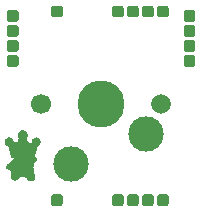
<source format=gts>
G04 #@! TF.GenerationSoftware,KiCad,Pcbnew,5.1.5*
G04 #@! TF.CreationDate,2020-05-28T17:34:41+02:00*
G04 #@! TF.ProjectId,amoeba-king,616d6f65-6261-42d6-9b69-6e672e6b6963,rev?*
G04 #@! TF.SameCoordinates,Original*
G04 #@! TF.FileFunction,Soldermask,Top*
G04 #@! TF.FilePolarity,Negative*
%FSLAX46Y46*%
G04 Gerber Fmt 4.6, Leading zero omitted, Abs format (unit mm)*
G04 Created by KiCad (PCBNEW 5.1.5) date 2020-05-28 17:34:41*
%MOMM*%
%LPD*%
G04 APERTURE LIST*
%ADD10C,0.150000*%
%ADD11C,0.131817*%
%ADD12C,3.980180*%
%ADD13C,3.000000*%
%ADD14C,1.700000*%
%ADD15C,1.660000*%
G04 APERTURE END LIST*
D10*
G36*
X68679251Y-172617066D02*
G01*
X68657427Y-172617598D01*
X68635651Y-172619195D01*
X68613922Y-172621855D01*
X68592240Y-172625579D01*
X68570605Y-172630367D01*
X68549018Y-172636219D01*
X68527478Y-172643135D01*
X68505985Y-172651115D01*
X68484540Y-172660159D01*
X68463142Y-172670267D01*
X68441791Y-172681439D01*
X68420488Y-172693674D01*
X68399232Y-172706974D01*
X68378023Y-172721338D01*
X68359718Y-172735346D01*
X68341909Y-172751116D01*
X68324639Y-172768372D01*
X68307953Y-172786837D01*
X68291896Y-172806232D01*
X68276512Y-172826281D01*
X68261845Y-172846706D01*
X68247941Y-172867230D01*
X68234843Y-172887575D01*
X68222596Y-172907465D01*
X68211245Y-172926622D01*
X68200835Y-172944768D01*
X68191409Y-172961627D01*
X68183012Y-172976921D01*
X68175690Y-172990372D01*
X68169486Y-173001704D01*
X68151997Y-173032951D01*
X68134694Y-173063137D01*
X68117576Y-173092283D01*
X68100644Y-173120411D01*
X68083899Y-173147543D01*
X68067341Y-173173702D01*
X68050971Y-173198908D01*
X68034789Y-173223186D01*
X68018797Y-173246556D01*
X68002994Y-173269040D01*
X67987382Y-173290661D01*
X67971961Y-173311440D01*
X67956731Y-173331400D01*
X67941693Y-173350563D01*
X67926848Y-173368950D01*
X67912197Y-173386584D01*
X67897740Y-173403487D01*
X67883477Y-173419681D01*
X67869410Y-173435188D01*
X67855538Y-173450030D01*
X67841863Y-173464229D01*
X67828385Y-173477807D01*
X67815105Y-173490786D01*
X67802023Y-173503188D01*
X67789141Y-173515036D01*
X67776457Y-173526351D01*
X67763974Y-173537155D01*
X67751692Y-173547470D01*
X67739611Y-173557319D01*
X67727732Y-173566724D01*
X67716055Y-173575706D01*
X67704582Y-173584287D01*
X67693313Y-173592490D01*
X67682248Y-173600337D01*
X67671388Y-173607849D01*
X67660734Y-173615050D01*
X67650286Y-173621960D01*
X67640045Y-173628602D01*
X67630012Y-173634998D01*
X67620187Y-173641169D01*
X67610571Y-173647139D01*
X67601163Y-173652929D01*
X67591966Y-173658561D01*
X67582980Y-173664057D01*
X67574205Y-173669440D01*
X67565641Y-173674730D01*
X67557290Y-173679951D01*
X67549152Y-173685124D01*
X67541228Y-173690272D01*
X67533518Y-173695416D01*
X67526023Y-173700579D01*
X67518743Y-173705782D01*
X67511680Y-173711048D01*
X67504833Y-173716398D01*
X67498204Y-173721855D01*
X67491792Y-173727441D01*
X67485599Y-173733178D01*
X67479625Y-173739087D01*
X67473872Y-173745192D01*
X67468338Y-173751513D01*
X67463026Y-173758073D01*
X67457935Y-173764895D01*
X67453066Y-173771999D01*
X67448420Y-173779409D01*
X67443998Y-173787146D01*
X67439800Y-173795231D01*
X67435826Y-173803689D01*
X67432078Y-173812539D01*
X67428556Y-173821805D01*
X67425260Y-173831509D01*
X67422192Y-173841672D01*
X67419351Y-173852316D01*
X67416739Y-173863464D01*
X67414355Y-173875138D01*
X67412202Y-173887359D01*
X67410278Y-173900150D01*
X67408585Y-173913533D01*
X67407124Y-173927529D01*
X67405895Y-173942162D01*
X67404898Y-173957452D01*
X67404135Y-173973423D01*
X67403606Y-173990095D01*
X67403311Y-174007491D01*
X67403605Y-174020964D01*
X67404442Y-174033587D01*
X67405805Y-174045394D01*
X67407676Y-174056416D01*
X67410039Y-174066683D01*
X67412876Y-174076227D01*
X67416170Y-174085079D01*
X67419904Y-174093271D01*
X67424059Y-174100833D01*
X67428620Y-174107797D01*
X67433568Y-174114195D01*
X67438886Y-174120057D01*
X67444557Y-174125416D01*
X67450564Y-174130301D01*
X67456889Y-174134744D01*
X67463515Y-174138778D01*
X67470425Y-174142432D01*
X67477602Y-174145738D01*
X67485027Y-174148728D01*
X67492684Y-174151433D01*
X67500556Y-174153884D01*
X67508624Y-174156111D01*
X67516873Y-174158148D01*
X67525284Y-174160024D01*
X67533841Y-174161772D01*
X67542525Y-174163422D01*
X67551320Y-174165005D01*
X67560208Y-174166553D01*
X67569172Y-174168098D01*
X67578195Y-174169670D01*
X67587259Y-174171301D01*
X67596348Y-174173022D01*
X67605443Y-174174864D01*
X67614527Y-174176858D01*
X67623584Y-174179037D01*
X67632596Y-174181430D01*
X67641545Y-174184070D01*
X67650414Y-174186988D01*
X67659186Y-174190214D01*
X67667844Y-174193781D01*
X67676370Y-174197719D01*
X67684747Y-174202060D01*
X67692958Y-174206835D01*
X67700985Y-174212075D01*
X67708811Y-174217812D01*
X67716419Y-174224077D01*
X67723791Y-174230900D01*
X67730911Y-174238314D01*
X67737760Y-174246350D01*
X67744322Y-174255038D01*
X67750579Y-174264411D01*
X67756514Y-174274499D01*
X67762109Y-174285334D01*
X67767348Y-174296947D01*
X67772213Y-174309369D01*
X67776686Y-174322632D01*
X67780751Y-174336767D01*
X67784389Y-174351804D01*
X67787585Y-174367776D01*
X67790320Y-174384714D01*
X67792577Y-174402648D01*
X67794338Y-174421611D01*
X67795588Y-174441633D01*
X67796307Y-174462746D01*
X67796479Y-174484981D01*
X67796087Y-174508369D01*
X67795113Y-174532942D01*
X67793541Y-174558730D01*
X67791351Y-174585766D01*
X67788528Y-174614080D01*
X67785054Y-174643703D01*
X67781564Y-174672072D01*
X67778548Y-174698543D01*
X67776114Y-174723305D01*
X67774368Y-174746550D01*
X67773419Y-174768468D01*
X67773373Y-174789248D01*
X67774340Y-174809082D01*
X67776425Y-174828160D01*
X67779738Y-174846671D01*
X67784384Y-174864807D01*
X67790472Y-174882757D01*
X67798110Y-174900713D01*
X67807404Y-174918864D01*
X67818463Y-174937400D01*
X67831394Y-174956512D01*
X67845307Y-174975029D01*
X67859859Y-174992268D01*
X67875049Y-175008231D01*
X67890878Y-175022916D01*
X67907345Y-175036324D01*
X67924450Y-175048456D01*
X67942195Y-175059311D01*
X67960577Y-175068888D01*
X67979598Y-175077189D01*
X67999258Y-175084212D01*
X68019556Y-175089959D01*
X68040493Y-175094428D01*
X68062068Y-175097621D01*
X68084281Y-175099537D01*
X68107133Y-175100175D01*
X68158111Y-175100175D01*
X68181857Y-175099601D01*
X68205066Y-175097877D01*
X68227739Y-175095005D01*
X68249876Y-175090984D01*
X68271477Y-175085813D01*
X68292541Y-175079494D01*
X68313069Y-175072026D01*
X68333062Y-175063409D01*
X68352518Y-175053643D01*
X68371437Y-175042727D01*
X68389821Y-175030663D01*
X68408520Y-175017224D01*
X68425690Y-175002857D01*
X68441331Y-174987564D01*
X68455442Y-174971343D01*
X68468024Y-174954196D01*
X68479077Y-174936121D01*
X68488601Y-174917120D01*
X68496595Y-174897192D01*
X68503060Y-174876338D01*
X68507995Y-174854557D01*
X68526484Y-174842914D01*
X68545175Y-174832135D01*
X68564057Y-174822224D01*
X68583118Y-174813182D01*
X68602346Y-174805011D01*
X68621729Y-174797713D01*
X68641255Y-174791291D01*
X68660913Y-174785745D01*
X68680691Y-174781079D01*
X68700576Y-174777294D01*
X68720558Y-174774393D01*
X68740623Y-174772376D01*
X68760762Y-174771247D01*
X68780960Y-174771008D01*
X68801208Y-174771659D01*
X68821492Y-174773204D01*
X68841802Y-174775645D01*
X68862124Y-174778983D01*
X68882448Y-174783220D01*
X68902762Y-174788359D01*
X68923053Y-174794401D01*
X68943311Y-174801348D01*
X68963522Y-174809204D01*
X68983676Y-174817968D01*
X69003760Y-174827644D01*
X69023763Y-174838234D01*
X69043672Y-174849739D01*
X69063476Y-174862162D01*
X69083164Y-174875505D01*
X69102723Y-174889769D01*
X69122141Y-174904957D01*
X69141407Y-174921070D01*
X69145926Y-174941113D01*
X69152067Y-174960461D01*
X69159829Y-174979114D01*
X69169214Y-174997072D01*
X69180220Y-175014335D01*
X69192848Y-175030903D01*
X69207098Y-175046776D01*
X69222971Y-175061953D01*
X69240465Y-175076435D01*
X69259581Y-175090222D01*
X69278280Y-175103429D01*
X69297304Y-175115247D01*
X69316652Y-175125673D01*
X69336324Y-175134710D01*
X69356321Y-175142356D01*
X69376642Y-175148612D01*
X69397287Y-175153478D01*
X69418257Y-175156954D01*
X69439551Y-175159039D01*
X69461170Y-175159734D01*
X69512148Y-175159734D01*
X69534732Y-175159075D01*
X69556760Y-175157098D01*
X69578232Y-175153802D01*
X69599148Y-175149189D01*
X69619508Y-175143257D01*
X69639311Y-175136007D01*
X69658559Y-175127439D01*
X69677250Y-175117553D01*
X69695386Y-175106348D01*
X69712965Y-175093825D01*
X69729988Y-175079985D01*
X69746455Y-175064825D01*
X69762366Y-175048348D01*
X69777721Y-175030553D01*
X69792520Y-175011439D01*
X69805571Y-174993007D01*
X69817488Y-174975788D01*
X69828194Y-174959432D01*
X69837610Y-174943589D01*
X69845662Y-174927911D01*
X69852272Y-174912048D01*
X69857364Y-174895649D01*
X69860860Y-174878366D01*
X69862685Y-174859850D01*
X69862761Y-174839749D01*
X69861011Y-174817716D01*
X69857360Y-174793400D01*
X69851730Y-174766453D01*
X69844044Y-174736523D01*
X69834227Y-174703263D01*
X69822696Y-174665680D01*
X69811758Y-174628925D01*
X69801401Y-174592986D01*
X69791617Y-174557853D01*
X69782395Y-174523514D01*
X69773725Y-174489959D01*
X69765597Y-174457178D01*
X69758001Y-174425159D01*
X69750928Y-174393891D01*
X69744367Y-174363363D01*
X69738309Y-174333566D01*
X69732743Y-174304487D01*
X69727660Y-174276116D01*
X69723049Y-174248443D01*
X69718900Y-174221455D01*
X69715204Y-174195144D01*
X69711951Y-174169497D01*
X69709131Y-174144503D01*
X69706733Y-174120153D01*
X69704748Y-174096435D01*
X69703166Y-174073338D01*
X69701977Y-174050852D01*
X69701170Y-174028965D01*
X69700737Y-174007667D01*
X69700666Y-173986947D01*
X69700949Y-173966794D01*
X69701574Y-173947198D01*
X69702533Y-173928147D01*
X69703815Y-173909630D01*
X69705410Y-173891637D01*
X69707308Y-173874157D01*
X69709499Y-173857180D01*
X69711974Y-173840693D01*
X69714722Y-173824687D01*
X69717734Y-173809150D01*
X69720999Y-173794072D01*
X69724507Y-173779442D01*
X69728249Y-173765249D01*
X69732214Y-173751482D01*
X69736393Y-173738131D01*
X69740776Y-173725184D01*
X69745352Y-173712630D01*
X69750112Y-173700460D01*
X69755046Y-173688661D01*
X69760144Y-173677224D01*
X69765395Y-173666137D01*
X69770790Y-173655389D01*
X69776320Y-173644970D01*
X69781973Y-173634869D01*
X69787740Y-173625075D01*
X69793611Y-173615576D01*
X69799576Y-173606364D01*
X69805626Y-173597425D01*
X69811749Y-173588750D01*
X69817937Y-173580328D01*
X69824179Y-173572148D01*
X69830466Y-173564199D01*
X69836786Y-173556470D01*
X69843131Y-173548950D01*
X69849491Y-173541629D01*
X69855855Y-173534496D01*
X69862213Y-173527540D01*
X69868556Y-173520749D01*
X69874873Y-173514114D01*
X69881155Y-173507623D01*
X69887392Y-173501266D01*
X69893574Y-173495031D01*
X69899690Y-173488908D01*
X69905731Y-173482887D01*
X69911687Y-173476955D01*
X69917547Y-173471103D01*
X69923303Y-173465319D01*
X69928943Y-173459592D01*
X69934459Y-173453913D01*
X69939839Y-173448269D01*
X69945075Y-173442651D01*
X69950155Y-173437047D01*
X69955071Y-173431446D01*
X69959812Y-173425838D01*
X69964369Y-173420211D01*
X69968730Y-173414556D01*
X69972887Y-173408860D01*
X69976829Y-173403114D01*
X69980547Y-173397306D01*
X69984030Y-173391426D01*
X69987268Y-173385462D01*
X69990252Y-173379405D01*
X69992972Y-173373242D01*
X69995417Y-173366963D01*
X69997578Y-173360558D01*
X69999444Y-173354016D01*
X70001007Y-173347325D01*
X70002255Y-173340475D01*
X70003178Y-173333454D01*
X70003768Y-173326253D01*
X70004014Y-173318861D01*
X70003905Y-173311265D01*
X70003432Y-173303457D01*
X70002586Y-173295424D01*
X70001355Y-173287156D01*
X69999731Y-173278642D01*
X69997703Y-173269872D01*
X69995261Y-173260834D01*
X69992395Y-173251517D01*
X69989095Y-173241912D01*
X69981391Y-173222207D01*
X69973074Y-173204021D01*
X69964166Y-173187297D01*
X69954686Y-173171976D01*
X69944656Y-173158003D01*
X69934094Y-173145319D01*
X69923023Y-173133866D01*
X69911462Y-173123589D01*
X69899432Y-173114428D01*
X69886953Y-173106327D01*
X69874045Y-173099229D01*
X69860730Y-173093075D01*
X69847026Y-173087810D01*
X69832955Y-173083374D01*
X69818538Y-173079711D01*
X69803794Y-173076764D01*
X69788743Y-173074474D01*
X69773408Y-173072785D01*
X69757806Y-173071640D01*
X69741960Y-173070980D01*
X69725890Y-173070749D01*
X69709615Y-173070889D01*
X69693157Y-173071342D01*
X69676535Y-173072052D01*
X69659770Y-173072960D01*
X69642883Y-173074010D01*
X69625894Y-173075145D01*
X69608824Y-173076305D01*
X69591692Y-173077436D01*
X69574519Y-173078478D01*
X69557325Y-173079374D01*
X69540132Y-173080068D01*
X69522959Y-173080502D01*
X69505826Y-173080618D01*
X69488755Y-173080358D01*
X69471765Y-173079667D01*
X69454878Y-173078485D01*
X69438112Y-173076757D01*
X69421490Y-173074423D01*
X69405030Y-173071428D01*
X69388754Y-173067713D01*
X69372682Y-173063222D01*
X69356834Y-173057896D01*
X69341232Y-173051679D01*
X69325894Y-173044513D01*
X69310842Y-173036340D01*
X69296095Y-173027104D01*
X69281676Y-173016746D01*
X69267602Y-173005210D01*
X69253897Y-172992439D01*
X69245157Y-172982595D01*
X69235722Y-172969967D01*
X69225581Y-172954927D01*
X69214725Y-172937845D01*
X69203145Y-172919093D01*
X69190830Y-172899041D01*
X69177771Y-172878061D01*
X69163958Y-172856525D01*
X69149382Y-172834802D01*
X69134032Y-172813264D01*
X69117901Y-172792282D01*
X69100976Y-172772227D01*
X69083250Y-172753471D01*
X69064713Y-172736384D01*
X69045354Y-172721337D01*
X69023837Y-172706974D01*
X69002321Y-172693674D01*
X68980806Y-172681438D01*
X68959290Y-172670266D01*
X68937774Y-172660158D01*
X68916258Y-172651114D01*
X68894742Y-172643134D01*
X68873227Y-172636218D01*
X68851711Y-172630366D01*
X68830195Y-172625578D01*
X68808679Y-172621854D01*
X68787163Y-172619194D01*
X68765647Y-172617598D01*
X68744131Y-172617066D01*
X68679251Y-172617066D01*
G37*
D11*
G36*
X68789401Y-170918686D02*
G01*
X68765027Y-170919581D01*
X68741140Y-170922227D01*
X68717802Y-170926558D01*
X68695076Y-170932513D01*
X68673027Y-170940028D01*
X68651717Y-170949040D01*
X68631209Y-170959486D01*
X68611567Y-170971302D01*
X68592853Y-170984426D01*
X68575131Y-170998794D01*
X68558464Y-171014343D01*
X68542915Y-171031010D01*
X68528547Y-171048732D01*
X68515423Y-171067446D01*
X68503606Y-171087089D01*
X68493161Y-171107596D01*
X68484149Y-171128907D01*
X68476634Y-171150956D01*
X68470679Y-171173681D01*
X68466347Y-171197019D01*
X68463702Y-171220907D01*
X68462806Y-171245281D01*
X68463862Y-171271293D01*
X68466963Y-171296996D01*
X68472068Y-171322276D01*
X68479133Y-171347020D01*
X68488117Y-171371113D01*
X68498977Y-171394442D01*
X68511670Y-171416893D01*
X68526155Y-171438352D01*
X68542388Y-171458704D01*
X68536654Y-171485538D01*
X68530866Y-171512441D01*
X68524965Y-171539326D01*
X68518891Y-171566110D01*
X68512584Y-171592706D01*
X68505984Y-171619028D01*
X68499032Y-171644991D01*
X68491669Y-171670509D01*
X68483834Y-171695496D01*
X68475467Y-171719868D01*
X68466510Y-171743537D01*
X68456903Y-171766420D01*
X68446585Y-171788429D01*
X68435496Y-171809479D01*
X68423579Y-171829485D01*
X68410772Y-171848362D01*
X68397016Y-171866022D01*
X68382251Y-171882382D01*
X68366418Y-171897354D01*
X68349457Y-171910854D01*
X68331308Y-171922796D01*
X68311911Y-171933094D01*
X68277567Y-171944426D01*
X68245651Y-171952450D01*
X68216027Y-171957424D01*
X68188557Y-171959606D01*
X68163105Y-171959253D01*
X68139533Y-171956622D01*
X68117705Y-171951972D01*
X68097484Y-171945559D01*
X68078732Y-171937640D01*
X68061313Y-171928475D01*
X68045089Y-171918319D01*
X68029925Y-171907430D01*
X68015682Y-171896066D01*
X68002223Y-171884485D01*
X67989413Y-171872944D01*
X67977113Y-171861699D01*
X67965186Y-171851010D01*
X67953497Y-171841132D01*
X67941907Y-171832325D01*
X67940907Y-171807573D01*
X67937957Y-171783373D01*
X67933136Y-171759801D01*
X67926522Y-171736936D01*
X67918191Y-171714855D01*
X67908222Y-171693635D01*
X67896692Y-171673355D01*
X67883679Y-171654092D01*
X67869261Y-171635923D01*
X67853515Y-171618927D01*
X67836519Y-171603181D01*
X67818350Y-171588763D01*
X67799087Y-171575750D01*
X67778807Y-171564220D01*
X67757587Y-171554251D01*
X67735506Y-171545920D01*
X67712641Y-171539305D01*
X67689069Y-171534485D01*
X67664868Y-171531535D01*
X67640117Y-171530535D01*
X67615365Y-171531535D01*
X67591165Y-171534485D01*
X67567593Y-171539305D01*
X67544728Y-171545920D01*
X67522646Y-171554251D01*
X67501427Y-171564220D01*
X67481147Y-171575750D01*
X67461883Y-171588763D01*
X67443715Y-171603181D01*
X67426719Y-171618927D01*
X67410973Y-171635923D01*
X67396555Y-171654092D01*
X67383542Y-171673355D01*
X67372012Y-171693635D01*
X67362043Y-171714855D01*
X67353712Y-171736936D01*
X67347097Y-171759801D01*
X67342276Y-171783373D01*
X67339327Y-171807573D01*
X67338327Y-171832325D01*
X67339327Y-171857076D01*
X67342276Y-171881277D01*
X67347097Y-171904849D01*
X67353712Y-171927714D01*
X67362043Y-171949795D01*
X67372012Y-171971015D01*
X67383542Y-171991295D01*
X67396555Y-172010558D01*
X67410973Y-172028727D01*
X67426719Y-172045723D01*
X67443715Y-172061469D01*
X67461883Y-172075887D01*
X67481147Y-172088900D01*
X67501427Y-172100430D01*
X67522646Y-172110399D01*
X67544728Y-172118730D01*
X67567593Y-172125345D01*
X67591165Y-172130165D01*
X67615365Y-172133115D01*
X67640117Y-172134115D01*
X67655363Y-172166110D01*
X67667009Y-172192636D01*
X67675617Y-172214556D01*
X67681748Y-172232737D01*
X67685965Y-172248043D01*
X67688828Y-172261339D01*
X67690899Y-172273491D01*
X67692740Y-172285362D01*
X67694913Y-172297818D01*
X67697978Y-172311725D01*
X67702498Y-172327946D01*
X67709034Y-172347347D01*
X67718148Y-172370793D01*
X67722966Y-172396401D01*
X67728229Y-172422725D01*
X67733897Y-172449681D01*
X67739928Y-172477184D01*
X67746282Y-172505150D01*
X67752916Y-172533492D01*
X67759790Y-172562127D01*
X67766863Y-172590969D01*
X67774093Y-172619934D01*
X67781439Y-172648936D01*
X67788859Y-172677892D01*
X67796313Y-172706715D01*
X67803759Y-172735321D01*
X67811156Y-172763626D01*
X67818463Y-172791544D01*
X67825638Y-172818990D01*
X67832640Y-172845880D01*
X67839428Y-172872129D01*
X67845961Y-172897651D01*
X67852197Y-172922363D01*
X67858095Y-172946178D01*
X67863614Y-172969013D01*
X67868712Y-172990782D01*
X67873349Y-173011400D01*
X67877483Y-173030783D01*
X67881072Y-173048846D01*
X67884077Y-173065503D01*
X67886454Y-173080671D01*
X67888164Y-173094263D01*
X67912944Y-173086715D01*
X67937306Y-173079258D01*
X67961292Y-173071901D01*
X67984940Y-173064654D01*
X68008291Y-173057525D01*
X68031384Y-173050522D01*
X68054258Y-173043655D01*
X68076955Y-173036933D01*
X68099513Y-173030364D01*
X68121972Y-173023957D01*
X68144372Y-173017721D01*
X68166753Y-173011666D01*
X68189155Y-173005798D01*
X68211617Y-173000129D01*
X68234179Y-172994665D01*
X68256881Y-172989417D01*
X68279762Y-172984393D01*
X68302863Y-172979602D01*
X68326223Y-172975052D01*
X68349883Y-172970753D01*
X68373881Y-172966713D01*
X68398257Y-172962942D01*
X68423052Y-172959447D01*
X68448305Y-172956239D01*
X68474056Y-172953325D01*
X68500344Y-172950714D01*
X68527210Y-172948416D01*
X68554693Y-172946439D01*
X68582833Y-172944792D01*
X68611670Y-172943484D01*
X68641243Y-172942523D01*
X68671593Y-172941919D01*
X68702758Y-172941681D01*
X68734780Y-172941816D01*
X68767697Y-172942335D01*
X68799380Y-172942647D01*
X68830440Y-172943206D01*
X68860900Y-172944009D01*
X68890783Y-172945054D01*
X68920110Y-172946337D01*
X68948906Y-172947856D01*
X68977192Y-172949610D01*
X69004992Y-172951595D01*
X69032329Y-172953810D01*
X69059225Y-172956251D01*
X69085702Y-172958916D01*
X69111784Y-172961803D01*
X69137494Y-172964910D01*
X69162854Y-172968233D01*
X69187887Y-172971771D01*
X69212616Y-172975521D01*
X69237064Y-172979481D01*
X69261252Y-172983648D01*
X69285206Y-172988019D01*
X69308946Y-172992592D01*
X69332495Y-172997366D01*
X69355878Y-173002337D01*
X69379115Y-173007502D01*
X69402231Y-173012860D01*
X69425248Y-173018408D01*
X69448188Y-173024144D01*
X69471075Y-173030065D01*
X69493931Y-173036168D01*
X69516778Y-173042452D01*
X69539641Y-173048913D01*
X69562541Y-173055550D01*
X69585502Y-173062359D01*
X69608545Y-173069339D01*
X69631695Y-173076487D01*
X69654973Y-173083801D01*
X69678403Y-173091277D01*
X69702007Y-173098914D01*
X69704535Y-173084736D01*
X69707971Y-173069107D01*
X69712251Y-173052105D01*
X69717312Y-173033811D01*
X69723089Y-173014304D01*
X69729520Y-172993663D01*
X69736540Y-172971967D01*
X69744087Y-172949296D01*
X69752097Y-172925729D01*
X69760505Y-172901345D01*
X69769250Y-172876224D01*
X69778266Y-172850444D01*
X69787491Y-172824085D01*
X69796861Y-172797227D01*
X69806312Y-172769949D01*
X69815782Y-172742330D01*
X69825205Y-172714449D01*
X69834520Y-172686386D01*
X69843662Y-172658219D01*
X69852567Y-172630029D01*
X69861173Y-172601894D01*
X69869415Y-172573895D01*
X69877230Y-172546109D01*
X69884555Y-172518617D01*
X69891326Y-172491497D01*
X69897479Y-172464830D01*
X69902951Y-172438694D01*
X69907679Y-172413168D01*
X69914797Y-172380979D01*
X69921865Y-172351140D01*
X69928894Y-172323531D01*
X69935892Y-172298033D01*
X69942871Y-172274527D01*
X69949840Y-172252894D01*
X69956810Y-172233014D01*
X69963790Y-172214770D01*
X69970791Y-172198040D01*
X69977822Y-172182707D01*
X69984894Y-172168651D01*
X69992017Y-172155753D01*
X69999201Y-172143893D01*
X70006456Y-172132953D01*
X70013791Y-172122814D01*
X70021218Y-172113356D01*
X70028747Y-172104460D01*
X70036386Y-172096007D01*
X70044147Y-172087877D01*
X70052040Y-172079953D01*
X70060073Y-172072113D01*
X70068259Y-172064241D01*
X70076606Y-172056215D01*
X70085125Y-172047917D01*
X70093826Y-172039228D01*
X70102719Y-172030029D01*
X70111814Y-172020200D01*
X70121121Y-172009623D01*
X70130650Y-171998178D01*
X70140411Y-171985746D01*
X70150415Y-171972207D01*
X70160671Y-171957444D01*
X70171190Y-171941336D01*
X70181981Y-171923764D01*
X70193055Y-171904610D01*
X70204422Y-171883754D01*
X70216091Y-171861077D01*
X70228073Y-171836459D01*
X70227073Y-171811708D01*
X70224124Y-171787507D01*
X70219303Y-171763935D01*
X70212688Y-171741070D01*
X70204357Y-171718989D01*
X70194388Y-171697769D01*
X70182858Y-171677489D01*
X70169845Y-171658226D01*
X70155427Y-171640057D01*
X70139681Y-171623061D01*
X70122685Y-171607315D01*
X70104517Y-171592897D01*
X70085253Y-171579884D01*
X70064973Y-171568354D01*
X70043754Y-171558385D01*
X70021672Y-171550054D01*
X69998807Y-171543440D01*
X69975235Y-171538619D01*
X69951035Y-171535669D01*
X69926283Y-171534669D01*
X69901532Y-171535669D01*
X69877331Y-171538619D01*
X69853759Y-171543440D01*
X69830894Y-171550054D01*
X69808813Y-171558385D01*
X69787593Y-171568354D01*
X69767313Y-171579884D01*
X69748050Y-171592897D01*
X69729881Y-171607315D01*
X69712885Y-171623061D01*
X69697139Y-171640057D01*
X69682721Y-171658226D01*
X69669708Y-171677489D01*
X69658178Y-171697769D01*
X69648209Y-171718989D01*
X69639878Y-171741070D01*
X69633264Y-171763935D01*
X69628443Y-171787507D01*
X69625493Y-171811708D01*
X69624493Y-171836459D01*
X69623398Y-171861104D01*
X69619779Y-171882760D01*
X69613796Y-171901597D01*
X69605612Y-171917789D01*
X69595386Y-171931506D01*
X69583279Y-171942920D01*
X69569453Y-171952204D01*
X69554068Y-171959528D01*
X69537286Y-171965066D01*
X69519267Y-171968989D01*
X69500172Y-171971468D01*
X69480163Y-171972675D01*
X69459399Y-171972783D01*
X69438043Y-171971963D01*
X69416254Y-171970387D01*
X69394194Y-171968227D01*
X69372025Y-171965654D01*
X69349906Y-171962841D01*
X69327998Y-171959959D01*
X69306464Y-171957180D01*
X69285462Y-171954676D01*
X69265156Y-171952619D01*
X69245705Y-171951181D01*
X69227184Y-171940619D01*
X69209937Y-171928525D01*
X69193902Y-171914978D01*
X69179021Y-171900054D01*
X69165235Y-171883832D01*
X69152483Y-171866389D01*
X69140707Y-171847803D01*
X69129847Y-171828150D01*
X69119843Y-171807509D01*
X69110636Y-171785958D01*
X69102166Y-171763573D01*
X69094375Y-171740432D01*
X69087202Y-171716613D01*
X69080588Y-171692193D01*
X69074474Y-171667251D01*
X69068800Y-171641863D01*
X69063507Y-171616107D01*
X69058536Y-171590061D01*
X69053826Y-171563801D01*
X69049318Y-171537407D01*
X69044954Y-171510955D01*
X69040672Y-171484523D01*
X69036415Y-171458188D01*
X69052614Y-171437882D01*
X69067072Y-171416475D01*
X69079747Y-171394080D01*
X69090597Y-171370809D01*
X69099581Y-171346776D01*
X69106655Y-171322093D01*
X69111777Y-171296875D01*
X69114905Y-171271233D01*
X69115997Y-171245281D01*
X69115101Y-171220907D01*
X69112456Y-171197019D01*
X69108124Y-171173681D01*
X69102169Y-171150956D01*
X69094654Y-171128907D01*
X69085642Y-171107596D01*
X69075197Y-171087089D01*
X69063380Y-171067446D01*
X69050257Y-171048732D01*
X69035889Y-171031010D01*
X69020339Y-171014343D01*
X69003672Y-170998794D01*
X68985950Y-170984426D01*
X68967236Y-170971302D01*
X68947594Y-170959486D01*
X68927086Y-170949040D01*
X68905776Y-170940028D01*
X68883727Y-170932513D01*
X68861002Y-170926558D01*
X68837664Y-170922227D01*
X68813776Y-170919581D01*
X68789402Y-170918686D01*
X68789401Y-170918686D01*
G37*
X68789401Y-170918686D02*
X68765027Y-170919581D01*
X68741140Y-170922227D01*
X68717802Y-170926558D01*
X68695076Y-170932513D01*
X68673027Y-170940028D01*
X68651717Y-170949040D01*
X68631209Y-170959486D01*
X68611567Y-170971302D01*
X68592853Y-170984426D01*
X68575131Y-170998794D01*
X68558464Y-171014343D01*
X68542915Y-171031010D01*
X68528547Y-171048732D01*
X68515423Y-171067446D01*
X68503606Y-171087089D01*
X68493161Y-171107596D01*
X68484149Y-171128907D01*
X68476634Y-171150956D01*
X68470679Y-171173681D01*
X68466347Y-171197019D01*
X68463702Y-171220907D01*
X68462806Y-171245281D01*
X68463862Y-171271293D01*
X68466963Y-171296996D01*
X68472068Y-171322276D01*
X68479133Y-171347020D01*
X68488117Y-171371113D01*
X68498977Y-171394442D01*
X68511670Y-171416893D01*
X68526155Y-171438352D01*
X68542388Y-171458704D01*
X68536654Y-171485538D01*
X68530866Y-171512441D01*
X68524965Y-171539326D01*
X68518891Y-171566110D01*
X68512584Y-171592706D01*
X68505984Y-171619028D01*
X68499032Y-171644991D01*
X68491669Y-171670509D01*
X68483834Y-171695496D01*
X68475467Y-171719868D01*
X68466510Y-171743537D01*
X68456903Y-171766420D01*
X68446585Y-171788429D01*
X68435496Y-171809479D01*
X68423579Y-171829485D01*
X68410772Y-171848362D01*
X68397016Y-171866022D01*
X68382251Y-171882382D01*
X68366418Y-171897354D01*
X68349457Y-171910854D01*
X68331308Y-171922796D01*
X68311911Y-171933094D01*
X68277567Y-171944426D01*
X68245651Y-171952450D01*
X68216027Y-171957424D01*
X68188557Y-171959606D01*
X68163105Y-171959253D01*
X68139533Y-171956622D01*
X68117705Y-171951972D01*
X68097484Y-171945559D01*
X68078732Y-171937640D01*
X68061313Y-171928475D01*
X68045089Y-171918319D01*
X68029925Y-171907430D01*
X68015682Y-171896066D01*
X68002223Y-171884485D01*
X67989413Y-171872944D01*
X67977113Y-171861699D01*
X67965186Y-171851010D01*
X67953497Y-171841132D01*
X67941907Y-171832325D01*
X67940907Y-171807573D01*
X67937957Y-171783373D01*
X67933136Y-171759801D01*
X67926522Y-171736936D01*
X67918191Y-171714855D01*
X67908222Y-171693635D01*
X67896692Y-171673355D01*
X67883679Y-171654092D01*
X67869261Y-171635923D01*
X67853515Y-171618927D01*
X67836519Y-171603181D01*
X67818350Y-171588763D01*
X67799087Y-171575750D01*
X67778807Y-171564220D01*
X67757587Y-171554251D01*
X67735506Y-171545920D01*
X67712641Y-171539305D01*
X67689069Y-171534485D01*
X67664868Y-171531535D01*
X67640117Y-171530535D01*
X67615365Y-171531535D01*
X67591165Y-171534485D01*
X67567593Y-171539305D01*
X67544728Y-171545920D01*
X67522646Y-171554251D01*
X67501427Y-171564220D01*
X67481147Y-171575750D01*
X67461883Y-171588763D01*
X67443715Y-171603181D01*
X67426719Y-171618927D01*
X67410973Y-171635923D01*
X67396555Y-171654092D01*
X67383542Y-171673355D01*
X67372012Y-171693635D01*
X67362043Y-171714855D01*
X67353712Y-171736936D01*
X67347097Y-171759801D01*
X67342276Y-171783373D01*
X67339327Y-171807573D01*
X67338327Y-171832325D01*
X67339327Y-171857076D01*
X67342276Y-171881277D01*
X67347097Y-171904849D01*
X67353712Y-171927714D01*
X67362043Y-171949795D01*
X67372012Y-171971015D01*
X67383542Y-171991295D01*
X67396555Y-172010558D01*
X67410973Y-172028727D01*
X67426719Y-172045723D01*
X67443715Y-172061469D01*
X67461883Y-172075887D01*
X67481147Y-172088900D01*
X67501427Y-172100430D01*
X67522646Y-172110399D01*
X67544728Y-172118730D01*
X67567593Y-172125345D01*
X67591165Y-172130165D01*
X67615365Y-172133115D01*
X67640117Y-172134115D01*
X67655363Y-172166110D01*
X67667009Y-172192636D01*
X67675617Y-172214556D01*
X67681748Y-172232737D01*
X67685965Y-172248043D01*
X67688828Y-172261339D01*
X67690899Y-172273491D01*
X67692740Y-172285362D01*
X67694913Y-172297818D01*
X67697978Y-172311725D01*
X67702498Y-172327946D01*
X67709034Y-172347347D01*
X67718148Y-172370793D01*
X67722966Y-172396401D01*
X67728229Y-172422725D01*
X67733897Y-172449681D01*
X67739928Y-172477184D01*
X67746282Y-172505150D01*
X67752916Y-172533492D01*
X67759790Y-172562127D01*
X67766863Y-172590969D01*
X67774093Y-172619934D01*
X67781439Y-172648936D01*
X67788859Y-172677892D01*
X67796313Y-172706715D01*
X67803759Y-172735321D01*
X67811156Y-172763626D01*
X67818463Y-172791544D01*
X67825638Y-172818990D01*
X67832640Y-172845880D01*
X67839428Y-172872129D01*
X67845961Y-172897651D01*
X67852197Y-172922363D01*
X67858095Y-172946178D01*
X67863614Y-172969013D01*
X67868712Y-172990782D01*
X67873349Y-173011400D01*
X67877483Y-173030783D01*
X67881072Y-173048846D01*
X67884077Y-173065503D01*
X67886454Y-173080671D01*
X67888164Y-173094263D01*
X67912944Y-173086715D01*
X67937306Y-173079258D01*
X67961292Y-173071901D01*
X67984940Y-173064654D01*
X68008291Y-173057525D01*
X68031384Y-173050522D01*
X68054258Y-173043655D01*
X68076955Y-173036933D01*
X68099513Y-173030364D01*
X68121972Y-173023957D01*
X68144372Y-173017721D01*
X68166753Y-173011666D01*
X68189155Y-173005798D01*
X68211617Y-173000129D01*
X68234179Y-172994665D01*
X68256881Y-172989417D01*
X68279762Y-172984393D01*
X68302863Y-172979602D01*
X68326223Y-172975052D01*
X68349883Y-172970753D01*
X68373881Y-172966713D01*
X68398257Y-172962942D01*
X68423052Y-172959447D01*
X68448305Y-172956239D01*
X68474056Y-172953325D01*
X68500344Y-172950714D01*
X68527210Y-172948416D01*
X68554693Y-172946439D01*
X68582833Y-172944792D01*
X68611670Y-172943484D01*
X68641243Y-172942523D01*
X68671593Y-172941919D01*
X68702758Y-172941681D01*
X68734780Y-172941816D01*
X68767697Y-172942335D01*
X68799380Y-172942647D01*
X68830440Y-172943206D01*
X68860900Y-172944009D01*
X68890783Y-172945054D01*
X68920110Y-172946337D01*
X68948906Y-172947856D01*
X68977192Y-172949610D01*
X69004992Y-172951595D01*
X69032329Y-172953810D01*
X69059225Y-172956251D01*
X69085702Y-172958916D01*
X69111784Y-172961803D01*
X69137494Y-172964910D01*
X69162854Y-172968233D01*
X69187887Y-172971771D01*
X69212616Y-172975521D01*
X69237064Y-172979481D01*
X69261252Y-172983648D01*
X69285206Y-172988019D01*
X69308946Y-172992592D01*
X69332495Y-172997366D01*
X69355878Y-173002337D01*
X69379115Y-173007502D01*
X69402231Y-173012860D01*
X69425248Y-173018408D01*
X69448188Y-173024144D01*
X69471075Y-173030065D01*
X69493931Y-173036168D01*
X69516778Y-173042452D01*
X69539641Y-173048913D01*
X69562541Y-173055550D01*
X69585502Y-173062359D01*
X69608545Y-173069339D01*
X69631695Y-173076487D01*
X69654973Y-173083801D01*
X69678403Y-173091277D01*
X69702007Y-173098914D01*
X69704535Y-173084736D01*
X69707971Y-173069107D01*
X69712251Y-173052105D01*
X69717312Y-173033811D01*
X69723089Y-173014304D01*
X69729520Y-172993663D01*
X69736540Y-172971967D01*
X69744087Y-172949296D01*
X69752097Y-172925729D01*
X69760505Y-172901345D01*
X69769250Y-172876224D01*
X69778266Y-172850444D01*
X69787491Y-172824085D01*
X69796861Y-172797227D01*
X69806312Y-172769949D01*
X69815782Y-172742330D01*
X69825205Y-172714449D01*
X69834520Y-172686386D01*
X69843662Y-172658219D01*
X69852567Y-172630029D01*
X69861173Y-172601894D01*
X69869415Y-172573895D01*
X69877230Y-172546109D01*
X69884555Y-172518617D01*
X69891326Y-172491497D01*
X69897479Y-172464830D01*
X69902951Y-172438694D01*
X69907679Y-172413168D01*
X69914797Y-172380979D01*
X69921865Y-172351140D01*
X69928894Y-172323531D01*
X69935892Y-172298033D01*
X69942871Y-172274527D01*
X69949840Y-172252894D01*
X69956810Y-172233014D01*
X69963790Y-172214770D01*
X69970791Y-172198040D01*
X69977822Y-172182707D01*
X69984894Y-172168651D01*
X69992017Y-172155753D01*
X69999201Y-172143893D01*
X70006456Y-172132953D01*
X70013791Y-172122814D01*
X70021218Y-172113356D01*
X70028747Y-172104460D01*
X70036386Y-172096007D01*
X70044147Y-172087877D01*
X70052040Y-172079953D01*
X70060073Y-172072113D01*
X70068259Y-172064241D01*
X70076606Y-172056215D01*
X70085125Y-172047917D01*
X70093826Y-172039228D01*
X70102719Y-172030029D01*
X70111814Y-172020200D01*
X70121121Y-172009623D01*
X70130650Y-171998178D01*
X70140411Y-171985746D01*
X70150415Y-171972207D01*
X70160671Y-171957444D01*
X70171190Y-171941336D01*
X70181981Y-171923764D01*
X70193055Y-171904610D01*
X70204422Y-171883754D01*
X70216091Y-171861077D01*
X70228073Y-171836459D01*
X70227073Y-171811708D01*
X70224124Y-171787507D01*
X70219303Y-171763935D01*
X70212688Y-171741070D01*
X70204357Y-171718989D01*
X70194388Y-171697769D01*
X70182858Y-171677489D01*
X70169845Y-171658226D01*
X70155427Y-171640057D01*
X70139681Y-171623061D01*
X70122685Y-171607315D01*
X70104517Y-171592897D01*
X70085253Y-171579884D01*
X70064973Y-171568354D01*
X70043754Y-171558385D01*
X70021672Y-171550054D01*
X69998807Y-171543440D01*
X69975235Y-171538619D01*
X69951035Y-171535669D01*
X69926283Y-171534669D01*
X69901532Y-171535669D01*
X69877331Y-171538619D01*
X69853759Y-171543440D01*
X69830894Y-171550054D01*
X69808813Y-171558385D01*
X69787593Y-171568354D01*
X69767313Y-171579884D01*
X69748050Y-171592897D01*
X69729881Y-171607315D01*
X69712885Y-171623061D01*
X69697139Y-171640057D01*
X69682721Y-171658226D01*
X69669708Y-171677489D01*
X69658178Y-171697769D01*
X69648209Y-171718989D01*
X69639878Y-171741070D01*
X69633264Y-171763935D01*
X69628443Y-171787507D01*
X69625493Y-171811708D01*
X69624493Y-171836459D01*
X69623398Y-171861104D01*
X69619779Y-171882760D01*
X69613796Y-171901597D01*
X69605612Y-171917789D01*
X69595386Y-171931506D01*
X69583279Y-171942920D01*
X69569453Y-171952204D01*
X69554068Y-171959528D01*
X69537286Y-171965066D01*
X69519267Y-171968989D01*
X69500172Y-171971468D01*
X69480163Y-171972675D01*
X69459399Y-171972783D01*
X69438043Y-171971963D01*
X69416254Y-171970387D01*
X69394194Y-171968227D01*
X69372025Y-171965654D01*
X69349906Y-171962841D01*
X69327998Y-171959959D01*
X69306464Y-171957180D01*
X69285462Y-171954676D01*
X69265156Y-171952619D01*
X69245705Y-171951181D01*
X69227184Y-171940619D01*
X69209937Y-171928525D01*
X69193902Y-171914978D01*
X69179021Y-171900054D01*
X69165235Y-171883832D01*
X69152483Y-171866389D01*
X69140707Y-171847803D01*
X69129847Y-171828150D01*
X69119843Y-171807509D01*
X69110636Y-171785958D01*
X69102166Y-171763573D01*
X69094375Y-171740432D01*
X69087202Y-171716613D01*
X69080588Y-171692193D01*
X69074474Y-171667251D01*
X69068800Y-171641863D01*
X69063507Y-171616107D01*
X69058536Y-171590061D01*
X69053826Y-171563801D01*
X69049318Y-171537407D01*
X69044954Y-171510955D01*
X69040672Y-171484523D01*
X69036415Y-171458188D01*
X69052614Y-171437882D01*
X69067072Y-171416475D01*
X69079747Y-171394080D01*
X69090597Y-171370809D01*
X69099581Y-171346776D01*
X69106655Y-171322093D01*
X69111777Y-171296875D01*
X69114905Y-171271233D01*
X69115997Y-171245281D01*
X69115101Y-171220907D01*
X69112456Y-171197019D01*
X69108124Y-171173681D01*
X69102169Y-171150956D01*
X69094654Y-171128907D01*
X69085642Y-171107596D01*
X69075197Y-171087089D01*
X69063380Y-171067446D01*
X69050257Y-171048732D01*
X69035889Y-171031010D01*
X69020339Y-171014343D01*
X69003672Y-170998794D01*
X68985950Y-170984426D01*
X68967236Y-170971302D01*
X68947594Y-170959486D01*
X68927086Y-170949040D01*
X68905776Y-170940028D01*
X68883727Y-170932513D01*
X68861002Y-170926558D01*
X68837664Y-170922227D01*
X68813776Y-170919581D01*
X68789402Y-170918686D01*
X68789401Y-170918686D01*
D10*
G36*
X68219504Y-160664204D02*
G01*
X68243773Y-160667804D01*
X68267571Y-160673765D01*
X68290671Y-160682030D01*
X68312849Y-160692520D01*
X68333893Y-160705133D01*
X68353598Y-160719747D01*
X68371777Y-160736223D01*
X68388253Y-160754402D01*
X68402867Y-160774107D01*
X68415480Y-160795151D01*
X68425970Y-160817329D01*
X68434235Y-160840429D01*
X68440196Y-160864227D01*
X68443796Y-160888496D01*
X68445000Y-160913000D01*
X68445000Y-161413000D01*
X68443796Y-161437504D01*
X68440196Y-161461773D01*
X68434235Y-161485571D01*
X68425970Y-161508671D01*
X68415480Y-161530849D01*
X68402867Y-161551893D01*
X68388253Y-161571598D01*
X68371777Y-161589777D01*
X68353598Y-161606253D01*
X68333893Y-161620867D01*
X68312849Y-161633480D01*
X68290671Y-161643970D01*
X68267571Y-161652235D01*
X68243773Y-161658196D01*
X68219504Y-161661796D01*
X68195000Y-161663000D01*
X67695000Y-161663000D01*
X67670496Y-161661796D01*
X67646227Y-161658196D01*
X67622429Y-161652235D01*
X67599329Y-161643970D01*
X67577151Y-161633480D01*
X67556107Y-161620867D01*
X67536402Y-161606253D01*
X67518223Y-161589777D01*
X67501747Y-161571598D01*
X67487133Y-161551893D01*
X67474520Y-161530849D01*
X67464030Y-161508671D01*
X67455765Y-161485571D01*
X67449804Y-161461773D01*
X67446204Y-161437504D01*
X67445000Y-161413000D01*
X67445000Y-160913000D01*
X67446204Y-160888496D01*
X67449804Y-160864227D01*
X67455765Y-160840429D01*
X67464030Y-160817329D01*
X67474520Y-160795151D01*
X67487133Y-160774107D01*
X67501747Y-160754402D01*
X67518223Y-160736223D01*
X67536402Y-160719747D01*
X67556107Y-160705133D01*
X67577151Y-160692520D01*
X67599329Y-160682030D01*
X67622429Y-160673765D01*
X67646227Y-160667804D01*
X67670496Y-160664204D01*
X67695000Y-160663000D01*
X68195000Y-160663000D01*
X68219504Y-160664204D01*
G37*
G36*
X68219504Y-161934204D02*
G01*
X68243773Y-161937804D01*
X68267571Y-161943765D01*
X68290671Y-161952030D01*
X68312849Y-161962520D01*
X68333893Y-161975133D01*
X68353598Y-161989747D01*
X68371777Y-162006223D01*
X68388253Y-162024402D01*
X68402867Y-162044107D01*
X68415480Y-162065151D01*
X68425970Y-162087329D01*
X68434235Y-162110429D01*
X68440196Y-162134227D01*
X68443796Y-162158496D01*
X68445000Y-162183000D01*
X68445000Y-162683000D01*
X68443796Y-162707504D01*
X68440196Y-162731773D01*
X68434235Y-162755571D01*
X68425970Y-162778671D01*
X68415480Y-162800849D01*
X68402867Y-162821893D01*
X68388253Y-162841598D01*
X68371777Y-162859777D01*
X68353598Y-162876253D01*
X68333893Y-162890867D01*
X68312849Y-162903480D01*
X68290671Y-162913970D01*
X68267571Y-162922235D01*
X68243773Y-162928196D01*
X68219504Y-162931796D01*
X68195000Y-162933000D01*
X67695000Y-162933000D01*
X67670496Y-162931796D01*
X67646227Y-162928196D01*
X67622429Y-162922235D01*
X67599329Y-162913970D01*
X67577151Y-162903480D01*
X67556107Y-162890867D01*
X67536402Y-162876253D01*
X67518223Y-162859777D01*
X67501747Y-162841598D01*
X67487133Y-162821893D01*
X67474520Y-162800849D01*
X67464030Y-162778671D01*
X67455765Y-162755571D01*
X67449804Y-162731773D01*
X67446204Y-162707504D01*
X67445000Y-162683000D01*
X67445000Y-162183000D01*
X67446204Y-162158496D01*
X67449804Y-162134227D01*
X67455765Y-162110429D01*
X67464030Y-162087329D01*
X67474520Y-162065151D01*
X67487133Y-162044107D01*
X67501747Y-162024402D01*
X67518223Y-162006223D01*
X67536402Y-161989747D01*
X67556107Y-161975133D01*
X67577151Y-161962520D01*
X67599329Y-161952030D01*
X67622429Y-161943765D01*
X67646227Y-161937804D01*
X67670496Y-161934204D01*
X67695000Y-161933000D01*
X68195000Y-161933000D01*
X68219504Y-161934204D01*
G37*
G36*
X68219504Y-163204204D02*
G01*
X68243773Y-163207804D01*
X68267571Y-163213765D01*
X68290671Y-163222030D01*
X68312849Y-163232520D01*
X68333893Y-163245133D01*
X68353598Y-163259747D01*
X68371777Y-163276223D01*
X68388253Y-163294402D01*
X68402867Y-163314107D01*
X68415480Y-163335151D01*
X68425970Y-163357329D01*
X68434235Y-163380429D01*
X68440196Y-163404227D01*
X68443796Y-163428496D01*
X68445000Y-163453000D01*
X68445000Y-163953000D01*
X68443796Y-163977504D01*
X68440196Y-164001773D01*
X68434235Y-164025571D01*
X68425970Y-164048671D01*
X68415480Y-164070849D01*
X68402867Y-164091893D01*
X68388253Y-164111598D01*
X68371777Y-164129777D01*
X68353598Y-164146253D01*
X68333893Y-164160867D01*
X68312849Y-164173480D01*
X68290671Y-164183970D01*
X68267571Y-164192235D01*
X68243773Y-164198196D01*
X68219504Y-164201796D01*
X68195000Y-164203000D01*
X67695000Y-164203000D01*
X67670496Y-164201796D01*
X67646227Y-164198196D01*
X67622429Y-164192235D01*
X67599329Y-164183970D01*
X67577151Y-164173480D01*
X67556107Y-164160867D01*
X67536402Y-164146253D01*
X67518223Y-164129777D01*
X67501747Y-164111598D01*
X67487133Y-164091893D01*
X67474520Y-164070849D01*
X67464030Y-164048671D01*
X67455765Y-164025571D01*
X67449804Y-164001773D01*
X67446204Y-163977504D01*
X67445000Y-163953000D01*
X67445000Y-163453000D01*
X67446204Y-163428496D01*
X67449804Y-163404227D01*
X67455765Y-163380429D01*
X67464030Y-163357329D01*
X67474520Y-163335151D01*
X67487133Y-163314107D01*
X67501747Y-163294402D01*
X67518223Y-163276223D01*
X67536402Y-163259747D01*
X67556107Y-163245133D01*
X67577151Y-163232520D01*
X67599329Y-163222030D01*
X67622429Y-163213765D01*
X67646227Y-163207804D01*
X67670496Y-163204204D01*
X67695000Y-163203000D01*
X68195000Y-163203000D01*
X68219504Y-163204204D01*
G37*
G36*
X68219504Y-164474204D02*
G01*
X68243773Y-164477804D01*
X68267571Y-164483765D01*
X68290671Y-164492030D01*
X68312849Y-164502520D01*
X68333893Y-164515133D01*
X68353598Y-164529747D01*
X68371777Y-164546223D01*
X68388253Y-164564402D01*
X68402867Y-164584107D01*
X68415480Y-164605151D01*
X68425970Y-164627329D01*
X68434235Y-164650429D01*
X68440196Y-164674227D01*
X68443796Y-164698496D01*
X68445000Y-164723000D01*
X68445000Y-165223000D01*
X68443796Y-165247504D01*
X68440196Y-165271773D01*
X68434235Y-165295571D01*
X68425970Y-165318671D01*
X68415480Y-165340849D01*
X68402867Y-165361893D01*
X68388253Y-165381598D01*
X68371777Y-165399777D01*
X68353598Y-165416253D01*
X68333893Y-165430867D01*
X68312849Y-165443480D01*
X68290671Y-165453970D01*
X68267571Y-165462235D01*
X68243773Y-165468196D01*
X68219504Y-165471796D01*
X68195000Y-165473000D01*
X67695000Y-165473000D01*
X67670496Y-165471796D01*
X67646227Y-165468196D01*
X67622429Y-165462235D01*
X67599329Y-165453970D01*
X67577151Y-165443480D01*
X67556107Y-165430867D01*
X67536402Y-165416253D01*
X67518223Y-165399777D01*
X67501747Y-165381598D01*
X67487133Y-165361893D01*
X67474520Y-165340849D01*
X67464030Y-165318671D01*
X67455765Y-165295571D01*
X67449804Y-165271773D01*
X67446204Y-165247504D01*
X67445000Y-165223000D01*
X67445000Y-164723000D01*
X67446204Y-164698496D01*
X67449804Y-164674227D01*
X67455765Y-164650429D01*
X67464030Y-164627329D01*
X67474520Y-164605151D01*
X67487133Y-164584107D01*
X67501747Y-164564402D01*
X67518223Y-164546223D01*
X67536402Y-164529747D01*
X67556107Y-164515133D01*
X67577151Y-164502520D01*
X67599329Y-164492030D01*
X67622429Y-164483765D01*
X67646227Y-164477804D01*
X67670496Y-164474204D01*
X67695000Y-164473000D01*
X68195000Y-164473000D01*
X68219504Y-164474204D01*
G37*
G36*
X83180104Y-160664204D02*
G01*
X83204373Y-160667804D01*
X83228171Y-160673765D01*
X83251271Y-160682030D01*
X83273449Y-160692520D01*
X83294493Y-160705133D01*
X83314198Y-160719747D01*
X83332377Y-160736223D01*
X83348853Y-160754402D01*
X83363467Y-160774107D01*
X83376080Y-160795151D01*
X83386570Y-160817329D01*
X83394835Y-160840429D01*
X83400796Y-160864227D01*
X83404396Y-160888496D01*
X83405600Y-160913000D01*
X83405600Y-161413000D01*
X83404396Y-161437504D01*
X83400796Y-161461773D01*
X83394835Y-161485571D01*
X83386570Y-161508671D01*
X83376080Y-161530849D01*
X83363467Y-161551893D01*
X83348853Y-161571598D01*
X83332377Y-161589777D01*
X83314198Y-161606253D01*
X83294493Y-161620867D01*
X83273449Y-161633480D01*
X83251271Y-161643970D01*
X83228171Y-161652235D01*
X83204373Y-161658196D01*
X83180104Y-161661796D01*
X83155600Y-161663000D01*
X82655600Y-161663000D01*
X82631096Y-161661796D01*
X82606827Y-161658196D01*
X82583029Y-161652235D01*
X82559929Y-161643970D01*
X82537751Y-161633480D01*
X82516707Y-161620867D01*
X82497002Y-161606253D01*
X82478823Y-161589777D01*
X82462347Y-161571598D01*
X82447733Y-161551893D01*
X82435120Y-161530849D01*
X82424630Y-161508671D01*
X82416365Y-161485571D01*
X82410404Y-161461773D01*
X82406804Y-161437504D01*
X82405600Y-161413000D01*
X82405600Y-160913000D01*
X82406804Y-160888496D01*
X82410404Y-160864227D01*
X82416365Y-160840429D01*
X82424630Y-160817329D01*
X82435120Y-160795151D01*
X82447733Y-160774107D01*
X82462347Y-160754402D01*
X82478823Y-160736223D01*
X82497002Y-160719747D01*
X82516707Y-160705133D01*
X82537751Y-160692520D01*
X82559929Y-160682030D01*
X82583029Y-160673765D01*
X82606827Y-160667804D01*
X82631096Y-160664204D01*
X82655600Y-160663000D01*
X83155600Y-160663000D01*
X83180104Y-160664204D01*
G37*
G36*
X83180104Y-161934204D02*
G01*
X83204373Y-161937804D01*
X83228171Y-161943765D01*
X83251271Y-161952030D01*
X83273449Y-161962520D01*
X83294493Y-161975133D01*
X83314198Y-161989747D01*
X83332377Y-162006223D01*
X83348853Y-162024402D01*
X83363467Y-162044107D01*
X83376080Y-162065151D01*
X83386570Y-162087329D01*
X83394835Y-162110429D01*
X83400796Y-162134227D01*
X83404396Y-162158496D01*
X83405600Y-162183000D01*
X83405600Y-162683000D01*
X83404396Y-162707504D01*
X83400796Y-162731773D01*
X83394835Y-162755571D01*
X83386570Y-162778671D01*
X83376080Y-162800849D01*
X83363467Y-162821893D01*
X83348853Y-162841598D01*
X83332377Y-162859777D01*
X83314198Y-162876253D01*
X83294493Y-162890867D01*
X83273449Y-162903480D01*
X83251271Y-162913970D01*
X83228171Y-162922235D01*
X83204373Y-162928196D01*
X83180104Y-162931796D01*
X83155600Y-162933000D01*
X82655600Y-162933000D01*
X82631096Y-162931796D01*
X82606827Y-162928196D01*
X82583029Y-162922235D01*
X82559929Y-162913970D01*
X82537751Y-162903480D01*
X82516707Y-162890867D01*
X82497002Y-162876253D01*
X82478823Y-162859777D01*
X82462347Y-162841598D01*
X82447733Y-162821893D01*
X82435120Y-162800849D01*
X82424630Y-162778671D01*
X82416365Y-162755571D01*
X82410404Y-162731773D01*
X82406804Y-162707504D01*
X82405600Y-162683000D01*
X82405600Y-162183000D01*
X82406804Y-162158496D01*
X82410404Y-162134227D01*
X82416365Y-162110429D01*
X82424630Y-162087329D01*
X82435120Y-162065151D01*
X82447733Y-162044107D01*
X82462347Y-162024402D01*
X82478823Y-162006223D01*
X82497002Y-161989747D01*
X82516707Y-161975133D01*
X82537751Y-161962520D01*
X82559929Y-161952030D01*
X82583029Y-161943765D01*
X82606827Y-161937804D01*
X82631096Y-161934204D01*
X82655600Y-161933000D01*
X83155600Y-161933000D01*
X83180104Y-161934204D01*
G37*
G36*
X83180104Y-163204204D02*
G01*
X83204373Y-163207804D01*
X83228171Y-163213765D01*
X83251271Y-163222030D01*
X83273449Y-163232520D01*
X83294493Y-163245133D01*
X83314198Y-163259747D01*
X83332377Y-163276223D01*
X83348853Y-163294402D01*
X83363467Y-163314107D01*
X83376080Y-163335151D01*
X83386570Y-163357329D01*
X83394835Y-163380429D01*
X83400796Y-163404227D01*
X83404396Y-163428496D01*
X83405600Y-163453000D01*
X83405600Y-163953000D01*
X83404396Y-163977504D01*
X83400796Y-164001773D01*
X83394835Y-164025571D01*
X83386570Y-164048671D01*
X83376080Y-164070849D01*
X83363467Y-164091893D01*
X83348853Y-164111598D01*
X83332377Y-164129777D01*
X83314198Y-164146253D01*
X83294493Y-164160867D01*
X83273449Y-164173480D01*
X83251271Y-164183970D01*
X83228171Y-164192235D01*
X83204373Y-164198196D01*
X83180104Y-164201796D01*
X83155600Y-164203000D01*
X82655600Y-164203000D01*
X82631096Y-164201796D01*
X82606827Y-164198196D01*
X82583029Y-164192235D01*
X82559929Y-164183970D01*
X82537751Y-164173480D01*
X82516707Y-164160867D01*
X82497002Y-164146253D01*
X82478823Y-164129777D01*
X82462347Y-164111598D01*
X82447733Y-164091893D01*
X82435120Y-164070849D01*
X82424630Y-164048671D01*
X82416365Y-164025571D01*
X82410404Y-164001773D01*
X82406804Y-163977504D01*
X82405600Y-163953000D01*
X82405600Y-163453000D01*
X82406804Y-163428496D01*
X82410404Y-163404227D01*
X82416365Y-163380429D01*
X82424630Y-163357329D01*
X82435120Y-163335151D01*
X82447733Y-163314107D01*
X82462347Y-163294402D01*
X82478823Y-163276223D01*
X82497002Y-163259747D01*
X82516707Y-163245133D01*
X82537751Y-163232520D01*
X82559929Y-163222030D01*
X82583029Y-163213765D01*
X82606827Y-163207804D01*
X82631096Y-163204204D01*
X82655600Y-163203000D01*
X83155600Y-163203000D01*
X83180104Y-163204204D01*
G37*
G36*
X83180104Y-164474204D02*
G01*
X83204373Y-164477804D01*
X83228171Y-164483765D01*
X83251271Y-164492030D01*
X83273449Y-164502520D01*
X83294493Y-164515133D01*
X83314198Y-164529747D01*
X83332377Y-164546223D01*
X83348853Y-164564402D01*
X83363467Y-164584107D01*
X83376080Y-164605151D01*
X83386570Y-164627329D01*
X83394835Y-164650429D01*
X83400796Y-164674227D01*
X83404396Y-164698496D01*
X83405600Y-164723000D01*
X83405600Y-165223000D01*
X83404396Y-165247504D01*
X83400796Y-165271773D01*
X83394835Y-165295571D01*
X83386570Y-165318671D01*
X83376080Y-165340849D01*
X83363467Y-165361893D01*
X83348853Y-165381598D01*
X83332377Y-165399777D01*
X83314198Y-165416253D01*
X83294493Y-165430867D01*
X83273449Y-165443480D01*
X83251271Y-165453970D01*
X83228171Y-165462235D01*
X83204373Y-165468196D01*
X83180104Y-165471796D01*
X83155600Y-165473000D01*
X82655600Y-165473000D01*
X82631096Y-165471796D01*
X82606827Y-165468196D01*
X82583029Y-165462235D01*
X82559929Y-165453970D01*
X82537751Y-165443480D01*
X82516707Y-165430867D01*
X82497002Y-165416253D01*
X82478823Y-165399777D01*
X82462347Y-165381598D01*
X82447733Y-165361893D01*
X82435120Y-165340849D01*
X82424630Y-165318671D01*
X82416365Y-165295571D01*
X82410404Y-165271773D01*
X82406804Y-165247504D01*
X82405600Y-165223000D01*
X82405600Y-164723000D01*
X82406804Y-164698496D01*
X82410404Y-164674227D01*
X82416365Y-164650429D01*
X82424630Y-164627329D01*
X82435120Y-164605151D01*
X82447733Y-164584107D01*
X82462347Y-164564402D01*
X82478823Y-164546223D01*
X82497002Y-164529747D01*
X82516707Y-164515133D01*
X82537751Y-164502520D01*
X82559929Y-164492030D01*
X82583029Y-164483765D01*
X82606827Y-164477804D01*
X82631096Y-164474204D01*
X82655600Y-164473000D01*
X83155600Y-164473000D01*
X83180104Y-164474204D01*
G37*
G36*
X80919504Y-160283204D02*
G01*
X80943773Y-160286804D01*
X80967571Y-160292765D01*
X80990671Y-160301030D01*
X81012849Y-160311520D01*
X81033893Y-160324133D01*
X81053598Y-160338747D01*
X81071777Y-160355223D01*
X81088253Y-160373402D01*
X81102867Y-160393107D01*
X81115480Y-160414151D01*
X81125970Y-160436329D01*
X81134235Y-160459429D01*
X81140196Y-160483227D01*
X81143796Y-160507496D01*
X81145000Y-160532000D01*
X81145000Y-161032000D01*
X81143796Y-161056504D01*
X81140196Y-161080773D01*
X81134235Y-161104571D01*
X81125970Y-161127671D01*
X81115480Y-161149849D01*
X81102867Y-161170893D01*
X81088253Y-161190598D01*
X81071777Y-161208777D01*
X81053598Y-161225253D01*
X81033893Y-161239867D01*
X81012849Y-161252480D01*
X80990671Y-161262970D01*
X80967571Y-161271235D01*
X80943773Y-161277196D01*
X80919504Y-161280796D01*
X80895000Y-161282000D01*
X80395000Y-161282000D01*
X80370496Y-161280796D01*
X80346227Y-161277196D01*
X80322429Y-161271235D01*
X80299329Y-161262970D01*
X80277151Y-161252480D01*
X80256107Y-161239867D01*
X80236402Y-161225253D01*
X80218223Y-161208777D01*
X80201747Y-161190598D01*
X80187133Y-161170893D01*
X80174520Y-161149849D01*
X80164030Y-161127671D01*
X80155765Y-161104571D01*
X80149804Y-161080773D01*
X80146204Y-161056504D01*
X80145000Y-161032000D01*
X80145000Y-160532000D01*
X80146204Y-160507496D01*
X80149804Y-160483227D01*
X80155765Y-160459429D01*
X80164030Y-160436329D01*
X80174520Y-160414151D01*
X80187133Y-160393107D01*
X80201747Y-160373402D01*
X80218223Y-160355223D01*
X80236402Y-160338747D01*
X80256107Y-160324133D01*
X80277151Y-160311520D01*
X80299329Y-160301030D01*
X80322429Y-160292765D01*
X80346227Y-160286804D01*
X80370496Y-160283204D01*
X80395000Y-160282000D01*
X80895000Y-160282000D01*
X80919504Y-160283204D01*
G37*
G36*
X79649504Y-160283204D02*
G01*
X79673773Y-160286804D01*
X79697571Y-160292765D01*
X79720671Y-160301030D01*
X79742849Y-160311520D01*
X79763893Y-160324133D01*
X79783598Y-160338747D01*
X79801777Y-160355223D01*
X79818253Y-160373402D01*
X79832867Y-160393107D01*
X79845480Y-160414151D01*
X79855970Y-160436329D01*
X79864235Y-160459429D01*
X79870196Y-160483227D01*
X79873796Y-160507496D01*
X79875000Y-160532000D01*
X79875000Y-161032000D01*
X79873796Y-161056504D01*
X79870196Y-161080773D01*
X79864235Y-161104571D01*
X79855970Y-161127671D01*
X79845480Y-161149849D01*
X79832867Y-161170893D01*
X79818253Y-161190598D01*
X79801777Y-161208777D01*
X79783598Y-161225253D01*
X79763893Y-161239867D01*
X79742849Y-161252480D01*
X79720671Y-161262970D01*
X79697571Y-161271235D01*
X79673773Y-161277196D01*
X79649504Y-161280796D01*
X79625000Y-161282000D01*
X79125000Y-161282000D01*
X79100496Y-161280796D01*
X79076227Y-161277196D01*
X79052429Y-161271235D01*
X79029329Y-161262970D01*
X79007151Y-161252480D01*
X78986107Y-161239867D01*
X78966402Y-161225253D01*
X78948223Y-161208777D01*
X78931747Y-161190598D01*
X78917133Y-161170893D01*
X78904520Y-161149849D01*
X78894030Y-161127671D01*
X78885765Y-161104571D01*
X78879804Y-161080773D01*
X78876204Y-161056504D01*
X78875000Y-161032000D01*
X78875000Y-160532000D01*
X78876204Y-160507496D01*
X78879804Y-160483227D01*
X78885765Y-160459429D01*
X78894030Y-160436329D01*
X78904520Y-160414151D01*
X78917133Y-160393107D01*
X78931747Y-160373402D01*
X78948223Y-160355223D01*
X78966402Y-160338747D01*
X78986107Y-160324133D01*
X79007151Y-160311520D01*
X79029329Y-160301030D01*
X79052429Y-160292765D01*
X79076227Y-160286804D01*
X79100496Y-160283204D01*
X79125000Y-160282000D01*
X79625000Y-160282000D01*
X79649504Y-160283204D01*
G37*
G36*
X78379504Y-160283204D02*
G01*
X78403773Y-160286804D01*
X78427571Y-160292765D01*
X78450671Y-160301030D01*
X78472849Y-160311520D01*
X78493893Y-160324133D01*
X78513598Y-160338747D01*
X78531777Y-160355223D01*
X78548253Y-160373402D01*
X78562867Y-160393107D01*
X78575480Y-160414151D01*
X78585970Y-160436329D01*
X78594235Y-160459429D01*
X78600196Y-160483227D01*
X78603796Y-160507496D01*
X78605000Y-160532000D01*
X78605000Y-161032000D01*
X78603796Y-161056504D01*
X78600196Y-161080773D01*
X78594235Y-161104571D01*
X78585970Y-161127671D01*
X78575480Y-161149849D01*
X78562867Y-161170893D01*
X78548253Y-161190598D01*
X78531777Y-161208777D01*
X78513598Y-161225253D01*
X78493893Y-161239867D01*
X78472849Y-161252480D01*
X78450671Y-161262970D01*
X78427571Y-161271235D01*
X78403773Y-161277196D01*
X78379504Y-161280796D01*
X78355000Y-161282000D01*
X77855000Y-161282000D01*
X77830496Y-161280796D01*
X77806227Y-161277196D01*
X77782429Y-161271235D01*
X77759329Y-161262970D01*
X77737151Y-161252480D01*
X77716107Y-161239867D01*
X77696402Y-161225253D01*
X77678223Y-161208777D01*
X77661747Y-161190598D01*
X77647133Y-161170893D01*
X77634520Y-161149849D01*
X77624030Y-161127671D01*
X77615765Y-161104571D01*
X77609804Y-161080773D01*
X77606204Y-161056504D01*
X77605000Y-161032000D01*
X77605000Y-160532000D01*
X77606204Y-160507496D01*
X77609804Y-160483227D01*
X77615765Y-160459429D01*
X77624030Y-160436329D01*
X77634520Y-160414151D01*
X77647133Y-160393107D01*
X77661747Y-160373402D01*
X77678223Y-160355223D01*
X77696402Y-160338747D01*
X77716107Y-160324133D01*
X77737151Y-160311520D01*
X77759329Y-160301030D01*
X77782429Y-160292765D01*
X77806227Y-160286804D01*
X77830496Y-160283204D01*
X77855000Y-160282000D01*
X78355000Y-160282000D01*
X78379504Y-160283204D01*
G37*
G36*
X77109504Y-160283204D02*
G01*
X77133773Y-160286804D01*
X77157571Y-160292765D01*
X77180671Y-160301030D01*
X77202849Y-160311520D01*
X77223893Y-160324133D01*
X77243598Y-160338747D01*
X77261777Y-160355223D01*
X77278253Y-160373402D01*
X77292867Y-160393107D01*
X77305480Y-160414151D01*
X77315970Y-160436329D01*
X77324235Y-160459429D01*
X77330196Y-160483227D01*
X77333796Y-160507496D01*
X77335000Y-160532000D01*
X77335000Y-161032000D01*
X77333796Y-161056504D01*
X77330196Y-161080773D01*
X77324235Y-161104571D01*
X77315970Y-161127671D01*
X77305480Y-161149849D01*
X77292867Y-161170893D01*
X77278253Y-161190598D01*
X77261777Y-161208777D01*
X77243598Y-161225253D01*
X77223893Y-161239867D01*
X77202849Y-161252480D01*
X77180671Y-161262970D01*
X77157571Y-161271235D01*
X77133773Y-161277196D01*
X77109504Y-161280796D01*
X77085000Y-161282000D01*
X76585000Y-161282000D01*
X76560496Y-161280796D01*
X76536227Y-161277196D01*
X76512429Y-161271235D01*
X76489329Y-161262970D01*
X76467151Y-161252480D01*
X76446107Y-161239867D01*
X76426402Y-161225253D01*
X76408223Y-161208777D01*
X76391747Y-161190598D01*
X76377133Y-161170893D01*
X76364520Y-161149849D01*
X76354030Y-161127671D01*
X76345765Y-161104571D01*
X76339804Y-161080773D01*
X76336204Y-161056504D01*
X76335000Y-161032000D01*
X76335000Y-160532000D01*
X76336204Y-160507496D01*
X76339804Y-160483227D01*
X76345765Y-160459429D01*
X76354030Y-160436329D01*
X76364520Y-160414151D01*
X76377133Y-160393107D01*
X76391747Y-160373402D01*
X76408223Y-160355223D01*
X76426402Y-160338747D01*
X76446107Y-160324133D01*
X76467151Y-160311520D01*
X76489329Y-160301030D01*
X76512429Y-160292765D01*
X76536227Y-160286804D01*
X76560496Y-160283204D01*
X76585000Y-160282000D01*
X77085000Y-160282000D01*
X77109504Y-160283204D01*
G37*
G36*
X80919504Y-176259804D02*
G01*
X80943773Y-176263404D01*
X80967571Y-176269365D01*
X80990671Y-176277630D01*
X81012849Y-176288120D01*
X81033893Y-176300733D01*
X81053598Y-176315347D01*
X81071777Y-176331823D01*
X81088253Y-176350002D01*
X81102867Y-176369707D01*
X81115480Y-176390751D01*
X81125970Y-176412929D01*
X81134235Y-176436029D01*
X81140196Y-176459827D01*
X81143796Y-176484096D01*
X81145000Y-176508600D01*
X81145000Y-177008600D01*
X81143796Y-177033104D01*
X81140196Y-177057373D01*
X81134235Y-177081171D01*
X81125970Y-177104271D01*
X81115480Y-177126449D01*
X81102867Y-177147493D01*
X81088253Y-177167198D01*
X81071777Y-177185377D01*
X81053598Y-177201853D01*
X81033893Y-177216467D01*
X81012849Y-177229080D01*
X80990671Y-177239570D01*
X80967571Y-177247835D01*
X80943773Y-177253796D01*
X80919504Y-177257396D01*
X80895000Y-177258600D01*
X80395000Y-177258600D01*
X80370496Y-177257396D01*
X80346227Y-177253796D01*
X80322429Y-177247835D01*
X80299329Y-177239570D01*
X80277151Y-177229080D01*
X80256107Y-177216467D01*
X80236402Y-177201853D01*
X80218223Y-177185377D01*
X80201747Y-177167198D01*
X80187133Y-177147493D01*
X80174520Y-177126449D01*
X80164030Y-177104271D01*
X80155765Y-177081171D01*
X80149804Y-177057373D01*
X80146204Y-177033104D01*
X80145000Y-177008600D01*
X80145000Y-176508600D01*
X80146204Y-176484096D01*
X80149804Y-176459827D01*
X80155765Y-176436029D01*
X80164030Y-176412929D01*
X80174520Y-176390751D01*
X80187133Y-176369707D01*
X80201747Y-176350002D01*
X80218223Y-176331823D01*
X80236402Y-176315347D01*
X80256107Y-176300733D01*
X80277151Y-176288120D01*
X80299329Y-176277630D01*
X80322429Y-176269365D01*
X80346227Y-176263404D01*
X80370496Y-176259804D01*
X80395000Y-176258600D01*
X80895000Y-176258600D01*
X80919504Y-176259804D01*
G37*
G36*
X79649504Y-176259804D02*
G01*
X79673773Y-176263404D01*
X79697571Y-176269365D01*
X79720671Y-176277630D01*
X79742849Y-176288120D01*
X79763893Y-176300733D01*
X79783598Y-176315347D01*
X79801777Y-176331823D01*
X79818253Y-176350002D01*
X79832867Y-176369707D01*
X79845480Y-176390751D01*
X79855970Y-176412929D01*
X79864235Y-176436029D01*
X79870196Y-176459827D01*
X79873796Y-176484096D01*
X79875000Y-176508600D01*
X79875000Y-177008600D01*
X79873796Y-177033104D01*
X79870196Y-177057373D01*
X79864235Y-177081171D01*
X79855970Y-177104271D01*
X79845480Y-177126449D01*
X79832867Y-177147493D01*
X79818253Y-177167198D01*
X79801777Y-177185377D01*
X79783598Y-177201853D01*
X79763893Y-177216467D01*
X79742849Y-177229080D01*
X79720671Y-177239570D01*
X79697571Y-177247835D01*
X79673773Y-177253796D01*
X79649504Y-177257396D01*
X79625000Y-177258600D01*
X79125000Y-177258600D01*
X79100496Y-177257396D01*
X79076227Y-177253796D01*
X79052429Y-177247835D01*
X79029329Y-177239570D01*
X79007151Y-177229080D01*
X78986107Y-177216467D01*
X78966402Y-177201853D01*
X78948223Y-177185377D01*
X78931747Y-177167198D01*
X78917133Y-177147493D01*
X78904520Y-177126449D01*
X78894030Y-177104271D01*
X78885765Y-177081171D01*
X78879804Y-177057373D01*
X78876204Y-177033104D01*
X78875000Y-177008600D01*
X78875000Y-176508600D01*
X78876204Y-176484096D01*
X78879804Y-176459827D01*
X78885765Y-176436029D01*
X78894030Y-176412929D01*
X78904520Y-176390751D01*
X78917133Y-176369707D01*
X78931747Y-176350002D01*
X78948223Y-176331823D01*
X78966402Y-176315347D01*
X78986107Y-176300733D01*
X79007151Y-176288120D01*
X79029329Y-176277630D01*
X79052429Y-176269365D01*
X79076227Y-176263404D01*
X79100496Y-176259804D01*
X79125000Y-176258600D01*
X79625000Y-176258600D01*
X79649504Y-176259804D01*
G37*
G36*
X78379504Y-176259804D02*
G01*
X78403773Y-176263404D01*
X78427571Y-176269365D01*
X78450671Y-176277630D01*
X78472849Y-176288120D01*
X78493893Y-176300733D01*
X78513598Y-176315347D01*
X78531777Y-176331823D01*
X78548253Y-176350002D01*
X78562867Y-176369707D01*
X78575480Y-176390751D01*
X78585970Y-176412929D01*
X78594235Y-176436029D01*
X78600196Y-176459827D01*
X78603796Y-176484096D01*
X78605000Y-176508600D01*
X78605000Y-177008600D01*
X78603796Y-177033104D01*
X78600196Y-177057373D01*
X78594235Y-177081171D01*
X78585970Y-177104271D01*
X78575480Y-177126449D01*
X78562867Y-177147493D01*
X78548253Y-177167198D01*
X78531777Y-177185377D01*
X78513598Y-177201853D01*
X78493893Y-177216467D01*
X78472849Y-177229080D01*
X78450671Y-177239570D01*
X78427571Y-177247835D01*
X78403773Y-177253796D01*
X78379504Y-177257396D01*
X78355000Y-177258600D01*
X77855000Y-177258600D01*
X77830496Y-177257396D01*
X77806227Y-177253796D01*
X77782429Y-177247835D01*
X77759329Y-177239570D01*
X77737151Y-177229080D01*
X77716107Y-177216467D01*
X77696402Y-177201853D01*
X77678223Y-177185377D01*
X77661747Y-177167198D01*
X77647133Y-177147493D01*
X77634520Y-177126449D01*
X77624030Y-177104271D01*
X77615765Y-177081171D01*
X77609804Y-177057373D01*
X77606204Y-177033104D01*
X77605000Y-177008600D01*
X77605000Y-176508600D01*
X77606204Y-176484096D01*
X77609804Y-176459827D01*
X77615765Y-176436029D01*
X77624030Y-176412929D01*
X77634520Y-176390751D01*
X77647133Y-176369707D01*
X77661747Y-176350002D01*
X77678223Y-176331823D01*
X77696402Y-176315347D01*
X77716107Y-176300733D01*
X77737151Y-176288120D01*
X77759329Y-176277630D01*
X77782429Y-176269365D01*
X77806227Y-176263404D01*
X77830496Y-176259804D01*
X77855000Y-176258600D01*
X78355000Y-176258600D01*
X78379504Y-176259804D01*
G37*
G36*
X77109504Y-176259804D02*
G01*
X77133773Y-176263404D01*
X77157571Y-176269365D01*
X77180671Y-176277630D01*
X77202849Y-176288120D01*
X77223893Y-176300733D01*
X77243598Y-176315347D01*
X77261777Y-176331823D01*
X77278253Y-176350002D01*
X77292867Y-176369707D01*
X77305480Y-176390751D01*
X77315970Y-176412929D01*
X77324235Y-176436029D01*
X77330196Y-176459827D01*
X77333796Y-176484096D01*
X77335000Y-176508600D01*
X77335000Y-177008600D01*
X77333796Y-177033104D01*
X77330196Y-177057373D01*
X77324235Y-177081171D01*
X77315970Y-177104271D01*
X77305480Y-177126449D01*
X77292867Y-177147493D01*
X77278253Y-177167198D01*
X77261777Y-177185377D01*
X77243598Y-177201853D01*
X77223893Y-177216467D01*
X77202849Y-177229080D01*
X77180671Y-177239570D01*
X77157571Y-177247835D01*
X77133773Y-177253796D01*
X77109504Y-177257396D01*
X77085000Y-177258600D01*
X76585000Y-177258600D01*
X76560496Y-177257396D01*
X76536227Y-177253796D01*
X76512429Y-177247835D01*
X76489329Y-177239570D01*
X76467151Y-177229080D01*
X76446107Y-177216467D01*
X76426402Y-177201853D01*
X76408223Y-177185377D01*
X76391747Y-177167198D01*
X76377133Y-177147493D01*
X76364520Y-177126449D01*
X76354030Y-177104271D01*
X76345765Y-177081171D01*
X76339804Y-177057373D01*
X76336204Y-177033104D01*
X76335000Y-177008600D01*
X76335000Y-176508600D01*
X76336204Y-176484096D01*
X76339804Y-176459827D01*
X76345765Y-176436029D01*
X76354030Y-176412929D01*
X76364520Y-176390751D01*
X76377133Y-176369707D01*
X76391747Y-176350002D01*
X76408223Y-176331823D01*
X76426402Y-176315347D01*
X76446107Y-176300733D01*
X76467151Y-176288120D01*
X76489329Y-176277630D01*
X76512429Y-176269365D01*
X76536227Y-176263404D01*
X76560496Y-176259804D01*
X76585000Y-176258600D01*
X77085000Y-176258600D01*
X77109504Y-176259804D01*
G37*
D12*
X75438000Y-168656000D03*
D13*
X72898000Y-173736000D03*
X79248000Y-171196000D03*
D14*
X70358000Y-168656000D03*
D15*
X80518000Y-168656000D03*
D10*
G36*
X71953304Y-160283204D02*
G01*
X71977573Y-160286804D01*
X72001371Y-160292765D01*
X72024471Y-160301030D01*
X72046649Y-160311520D01*
X72067693Y-160324133D01*
X72087398Y-160338747D01*
X72105577Y-160355223D01*
X72122053Y-160373402D01*
X72136667Y-160393107D01*
X72149280Y-160414151D01*
X72159770Y-160436329D01*
X72168035Y-160459429D01*
X72173996Y-160483227D01*
X72177596Y-160507496D01*
X72178800Y-160532000D01*
X72178800Y-161032000D01*
X72177596Y-161056504D01*
X72173996Y-161080773D01*
X72168035Y-161104571D01*
X72159770Y-161127671D01*
X72149280Y-161149849D01*
X72136667Y-161170893D01*
X72122053Y-161190598D01*
X72105577Y-161208777D01*
X72087398Y-161225253D01*
X72067693Y-161239867D01*
X72046649Y-161252480D01*
X72024471Y-161262970D01*
X72001371Y-161271235D01*
X71977573Y-161277196D01*
X71953304Y-161280796D01*
X71928800Y-161282000D01*
X71428800Y-161282000D01*
X71404296Y-161280796D01*
X71380027Y-161277196D01*
X71356229Y-161271235D01*
X71333129Y-161262970D01*
X71310951Y-161252480D01*
X71289907Y-161239867D01*
X71270202Y-161225253D01*
X71252023Y-161208777D01*
X71235547Y-161190598D01*
X71220933Y-161170893D01*
X71208320Y-161149849D01*
X71197830Y-161127671D01*
X71189565Y-161104571D01*
X71183604Y-161080773D01*
X71180004Y-161056504D01*
X71178800Y-161032000D01*
X71178800Y-160532000D01*
X71180004Y-160507496D01*
X71183604Y-160483227D01*
X71189565Y-160459429D01*
X71197830Y-160436329D01*
X71208320Y-160414151D01*
X71220933Y-160393107D01*
X71235547Y-160373402D01*
X71252023Y-160355223D01*
X71270202Y-160338747D01*
X71289907Y-160324133D01*
X71310951Y-160311520D01*
X71333129Y-160301030D01*
X71356229Y-160292765D01*
X71380027Y-160286804D01*
X71404296Y-160283204D01*
X71428800Y-160282000D01*
X71928800Y-160282000D01*
X71953304Y-160283204D01*
G37*
G36*
X71953304Y-176259804D02*
G01*
X71977573Y-176263404D01*
X72001371Y-176269365D01*
X72024471Y-176277630D01*
X72046649Y-176288120D01*
X72067693Y-176300733D01*
X72087398Y-176315347D01*
X72105577Y-176331823D01*
X72122053Y-176350002D01*
X72136667Y-176369707D01*
X72149280Y-176390751D01*
X72159770Y-176412929D01*
X72168035Y-176436029D01*
X72173996Y-176459827D01*
X72177596Y-176484096D01*
X72178800Y-176508600D01*
X72178800Y-177008600D01*
X72177596Y-177033104D01*
X72173996Y-177057373D01*
X72168035Y-177081171D01*
X72159770Y-177104271D01*
X72149280Y-177126449D01*
X72136667Y-177147493D01*
X72122053Y-177167198D01*
X72105577Y-177185377D01*
X72087398Y-177201853D01*
X72067693Y-177216467D01*
X72046649Y-177229080D01*
X72024471Y-177239570D01*
X72001371Y-177247835D01*
X71977573Y-177253796D01*
X71953304Y-177257396D01*
X71928800Y-177258600D01*
X71428800Y-177258600D01*
X71404296Y-177257396D01*
X71380027Y-177253796D01*
X71356229Y-177247835D01*
X71333129Y-177239570D01*
X71310951Y-177229080D01*
X71289907Y-177216467D01*
X71270202Y-177201853D01*
X71252023Y-177185377D01*
X71235547Y-177167198D01*
X71220933Y-177147493D01*
X71208320Y-177126449D01*
X71197830Y-177104271D01*
X71189565Y-177081171D01*
X71183604Y-177057373D01*
X71180004Y-177033104D01*
X71178800Y-177008600D01*
X71178800Y-176508600D01*
X71180004Y-176484096D01*
X71183604Y-176459827D01*
X71189565Y-176436029D01*
X71197830Y-176412929D01*
X71208320Y-176390751D01*
X71220933Y-176369707D01*
X71235547Y-176350002D01*
X71252023Y-176331823D01*
X71270202Y-176315347D01*
X71289907Y-176300733D01*
X71310951Y-176288120D01*
X71333129Y-176277630D01*
X71356229Y-176269365D01*
X71380027Y-176263404D01*
X71404296Y-176259804D01*
X71428800Y-176258600D01*
X71928800Y-176258600D01*
X71953304Y-176259804D01*
G37*
M02*

</source>
